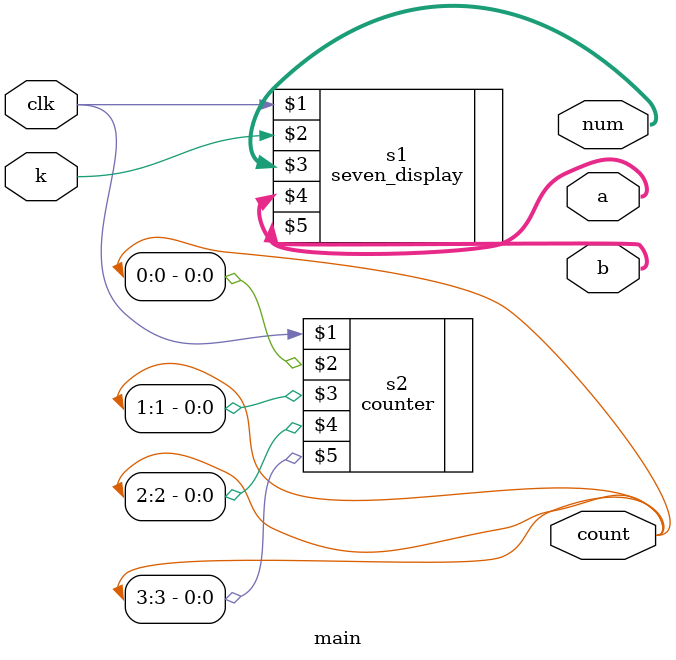
<source format=v>
module main//main function to implement the outcome
(
input clk,k,
output [3:0]count,
output [6:0]a,b,
output [3:0]num);

seven_display s1(clk,k,num,a,b);
counter       s2(clk,count[0],count[1],count[2],count[3]);

endmodule

</source>
